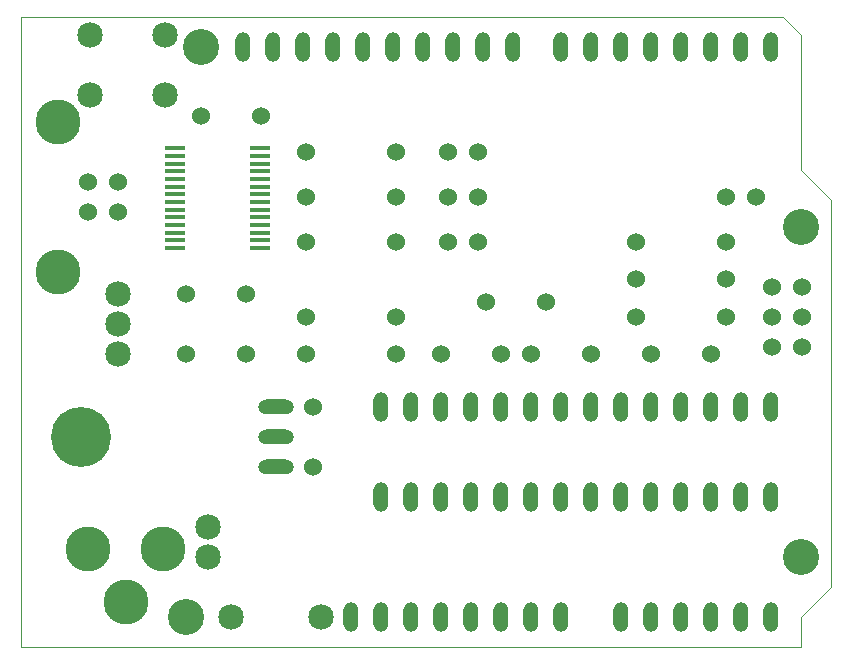
<source format=gts>
G04 (created by PCBNEW (2013-03-31 BZR 4008)-stable) date 25-01-2015 17:47:35*
%MOIN*%
G04 Gerber Fmt 3.4, Leading zero omitted, Abs format*
%FSLAX34Y34*%
G01*
G70*
G90*
G04 APERTURE LIST*
%ADD10C,0*%
%ADD11C,0.00393701*%
%ADD12C,0.06*%
%ADD13C,0.085*%
%ADD14C,0.12*%
%ADD15C,0.15*%
%ADD16O,0.05X0.1*%
%ADD17R,0.065X0.015*%
%ADD18O,0.12X0.05*%
%ADD19C,0.2*%
G04 APERTURE END LIST*
G54D10*
G54D11*
X34000Y-34000D02*
X34000Y-55000D01*
X59400Y-34000D02*
X34000Y-34000D01*
X60000Y-34600D02*
X59400Y-34000D01*
X60000Y-39100D02*
X60000Y-34600D01*
X61000Y-40100D02*
X60000Y-39100D01*
X61000Y-53000D02*
X61000Y-40100D01*
X60000Y-54000D02*
X61000Y-53000D01*
X60000Y-55000D02*
X60000Y-54000D01*
X34000Y-55000D02*
X60000Y-55000D01*
G54D12*
X57500Y-42750D03*
X54500Y-42750D03*
X43500Y-41500D03*
X46500Y-41500D03*
X43500Y-40000D03*
X46500Y-40000D03*
X57500Y-41500D03*
X54500Y-41500D03*
X43500Y-45250D03*
X46500Y-45250D03*
X43500Y-44000D03*
X46500Y-44000D03*
X54500Y-44000D03*
X57500Y-44000D03*
G54D13*
X41000Y-54000D03*
X44000Y-54000D03*
G54D12*
X51500Y-43500D03*
X49500Y-43500D03*
X51000Y-45250D03*
X53000Y-45250D03*
X50000Y-45250D03*
X48000Y-45250D03*
X39500Y-43250D03*
X39500Y-45250D03*
X55000Y-45250D03*
X57000Y-45250D03*
X40000Y-37300D03*
X42000Y-37300D03*
X43750Y-49000D03*
X43750Y-47000D03*
G54D14*
X60000Y-52000D03*
X40000Y-35000D03*
X39500Y-54000D03*
X60000Y-41000D03*
G54D15*
X35250Y-42500D03*
X35250Y-37500D03*
G54D12*
X37250Y-40500D03*
X37250Y-39500D03*
X36250Y-39500D03*
X36250Y-40500D03*
G54D15*
X37500Y-53500D03*
X36250Y-51750D03*
X38750Y-51750D03*
G54D12*
X60050Y-45000D03*
X59050Y-45000D03*
X59050Y-44000D03*
X60050Y-44000D03*
X60050Y-43000D03*
X59050Y-43000D03*
G54D16*
X44400Y-35000D03*
X43400Y-35000D03*
X41400Y-35000D03*
X42400Y-35000D03*
X46400Y-35000D03*
X45400Y-35000D03*
X47400Y-35000D03*
X48400Y-35000D03*
X50400Y-35000D03*
X49400Y-35000D03*
G54D13*
X37250Y-43250D03*
X37250Y-45250D03*
X37250Y-44250D03*
G54D12*
X46500Y-38500D03*
X43500Y-38500D03*
G54D16*
X53000Y-35000D03*
X52000Y-35000D03*
X55000Y-35000D03*
X54000Y-35000D03*
X56000Y-35000D03*
X57000Y-35000D03*
X59000Y-35000D03*
X58000Y-35000D03*
X46000Y-54000D03*
X45000Y-54000D03*
X48000Y-54000D03*
X47000Y-54000D03*
X49000Y-54000D03*
X50000Y-54000D03*
X52000Y-54000D03*
X51000Y-54000D03*
X55000Y-54000D03*
X54000Y-54000D03*
X56000Y-54000D03*
X57000Y-54000D03*
X59000Y-54000D03*
X58000Y-54000D03*
G54D12*
X41500Y-45250D03*
X41500Y-43250D03*
G54D13*
X40250Y-51000D03*
X40250Y-52000D03*
G54D12*
X48250Y-38500D03*
X49250Y-38500D03*
X49250Y-40000D03*
X48250Y-40000D03*
X49250Y-41500D03*
X48250Y-41500D03*
X57500Y-40000D03*
X58500Y-40000D03*
G54D17*
X39153Y-40944D03*
X39153Y-41200D03*
X39153Y-41456D03*
X39153Y-41712D03*
X39153Y-40688D03*
X39153Y-40433D03*
X39153Y-40177D03*
X39153Y-39921D03*
X39153Y-39665D03*
X39153Y-39409D03*
X39153Y-38897D03*
X39153Y-39153D03*
X39153Y-38641D03*
X39153Y-38385D03*
X41968Y-39409D03*
X41968Y-39665D03*
X41968Y-39921D03*
X41968Y-40177D03*
X41968Y-40433D03*
X41968Y-40688D03*
X41968Y-41712D03*
X41968Y-41456D03*
X41968Y-41200D03*
X41968Y-40944D03*
X41968Y-39153D03*
X41968Y-38897D03*
X41968Y-38641D03*
X41968Y-38385D03*
G54D16*
X56000Y-50000D03*
X57000Y-50000D03*
X58000Y-50000D03*
X59000Y-50000D03*
X55000Y-50000D03*
X54000Y-50000D03*
X53000Y-50000D03*
X52000Y-50000D03*
X51000Y-50000D03*
X50000Y-50000D03*
X48000Y-50000D03*
X49000Y-50000D03*
X47000Y-50000D03*
X46000Y-50000D03*
X50000Y-47000D03*
X51000Y-47000D03*
X52000Y-47000D03*
X53000Y-47000D03*
X54000Y-47000D03*
X55000Y-47000D03*
X59000Y-47000D03*
X58000Y-47000D03*
X57000Y-47000D03*
X56000Y-47000D03*
X49000Y-47000D03*
X48000Y-47000D03*
X47000Y-47000D03*
X46000Y-47000D03*
G54D18*
X42500Y-47000D03*
X42500Y-48000D03*
X42500Y-49000D03*
G54D19*
X36000Y-48000D03*
G54D13*
X36300Y-34600D03*
X36300Y-36600D03*
X38800Y-36600D03*
X38800Y-34600D03*
M02*

</source>
